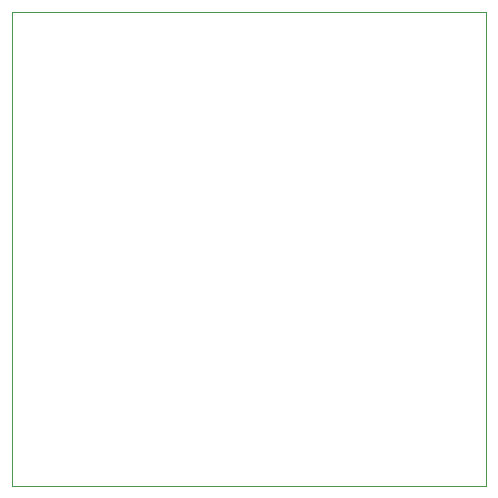
<source format=gbr>
G75*
G70*
%OFA0B0*%
%FSLAX24Y24*%
%IPPOS*%
%LPD*%
%AMOC8*
5,1,8,0,0,1.08239X$1,22.5*
%
%ADD10C,0.0000*%
D10*
X000548Y003730D02*
X000548Y019530D01*
X016348Y019530D01*
X016348Y003730D01*
X000548Y003730D01*
M02*

</source>
